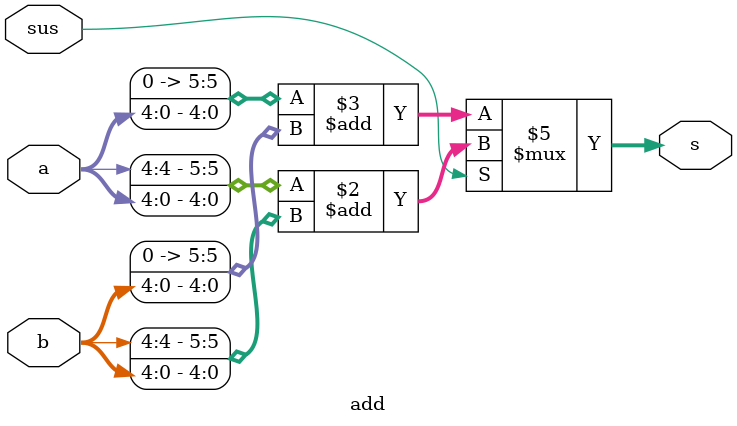
<source format=v>


//     // 信号声明
//     reg [width-1:0] a, b;
//     reg sus;
//     wire [width:0] s;
//     wire co;

//     // 实例化被测试模块
//     add #(.width(width)) uut (
//         .a(a),
//         .b(b),
//         .sus(sus),
//         .s(s)
//         // .co(co)
//     );

//     // 任务：打印测试结果
//     task print_result;
//         begin
//             $display("Time = %0t | sus = %b | a = %b (%0d) | b = %b (%0d) | s = %b (%0d) | co = %b",
//                      $time, sus, a, $signed(a), b, $signed(b), s, $signed(s), co);
//         end
//     endtask

//     initial begin
//         // 创建 VCD 波形文件
//         $dumpfile("add_tb.vcd");
//         $dumpvars(0, add_tb);

//         // **测试无符号加法**
//         sus = 0;

//         // Case 1: 3 + 2 = 5
//         a = 5'b00011;  // 3
//         b = 5'b00010;  // 2
//         #10 print_result();

//         // Case 2: 15 + 1 = 16 (产生进位)
//         a = 5'b01111;  // 15
//         b = 5'b00001;  // 1
//         #10 print_result();

//         // Case 3: 10 + 21 = 31 (最大值，无溢出)
//         a = 5'b01010;  // 10
//         b = 5'b10101;  // 21
//         #10 print_result();

//         // **测试有符号加法**
//         sus = 1;

//         // Case 4: -4 + (-4) = -8
//         a = 5'b11100;  // -4
//         b = 5'b11100;  // -4
//         #10 print_result();

//         // Case 5: -8 + 5 = -3
//         a = 5'b11000;  // -8
//         b = 5'b00101;  // 5
//         #10 print_result();

//         // Case 6: 15 + 1 (溢出)
//         a = 5'b01111;  // 15
//         b = 5'b00001;  // 1
//         #10 print_result();

//         // Case 7: -16 + (-1) (溢出)
//         a = 5'b10000;  // -16
//         b = 5'b11111;  // -1
//         #10 print_result();

//         // 测试完成
//         $display("Test completed.");
//         $finish;
//     end
// endmodule

module add # (parameter width = 5)
(
    input wire [width-1:0] a,
    input wire [width-1:0] b,
    input wire sus,  // sus = 1: 有符号加法, sus = 0: 无符号加法
    output reg [width:0] s  // 结果扩展 1 位
);
    always @(*) begin
        if (sus) begin
            // 有符号加法：符号扩展后加法
            s = {a[width-1], a} + {b[width-1], b};
        end else begin
            // 无符号加法：高位补 0
            s = {1'b0, a} + {1'b0, b};
        end
    end
endmodule

</source>
